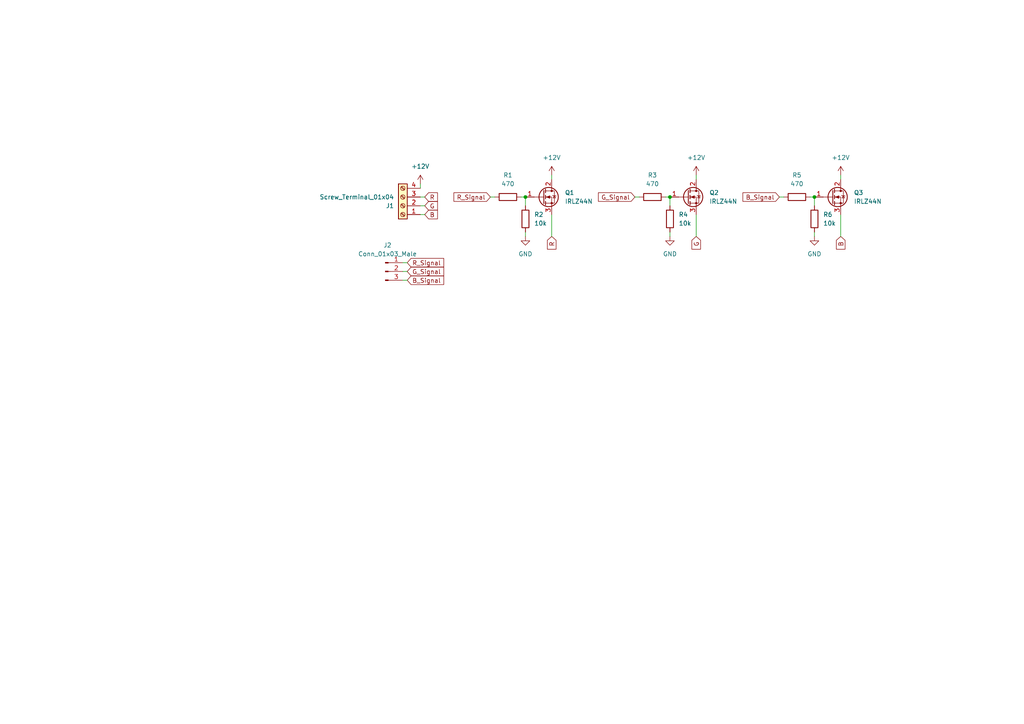
<source format=kicad_sch>
(kicad_sch (version 20231120) (generator "eeschema") (generator_version "8.0")
  (paper "A4")
  (lib_symbols
    (symbol "Connector:Conn_01x03_Male" (pin_names (offset 1.016) hide)
      (property "Reference" "J" (at 0 5.08 0))
      (property "Value" "Conn_01x03_Male" (at 0 -5.08 0))
      (symbol "Conn_01x03_Male_1_1"
        (polyline (pts (xy 1.27 -2.54) (xy 0.8636 -2.54)) (stroke (width 0.1524)))
        (polyline (pts (xy 1.27 0) (xy 0.8636 0)) (stroke (width 0.1524)))
        (polyline (pts (xy 1.27 2.54) (xy 0.8636 2.54)) (stroke (width 0.1524)))
        (rectangle (start 0.8636 -2.413) (end 0 -2.667) (stroke (width 0.1524)) (fill (type outline)))
        (rectangle (start 0.8636 0.127) (end 0 -0.127) (stroke (width 0.1524)) (fill (type outline)))
        (rectangle (start 0.8636 2.667) (end 0 2.413) (stroke (width 0.1524)) (fill (type outline)))
        (pin passive line (at 5.08 2.54 180) (length 3.81) (name "Pin_1") (number "1"))
        (pin passive line (at 5.08 0 180) (length 3.81) (name "Pin_2") (number "2"))
        (pin passive line (at 5.08 -2.54 180) (length 3.81) (name "Pin_3") (number "3"))
      )
    )
    (symbol "Connector:Screw_Terminal_01x04" (pin_names (offset 1.016) hide)
      (property "Reference" "J" (at 0 5.08 0))
      (property "Value" "Screw_Terminal_01x04" (at 0 -7.62 0))
      (symbol "Screw_Terminal_01x04_1_1"
        (rectangle (start -1.27 3.81) (end 1.27 -6.35) (stroke (width 0.254)) (fill (type background)))
        (circle (center 0 -5.08) (radius 0.635) (stroke (width 0.1524)))
        (circle (center 0 -2.54) (radius 0.635) (stroke (width 0.1524)))
        (polyline (pts (xy -0.5334 -4.7498) (xy 0.3302 -5.588)) (stroke (width 0.1524)))
        (polyline (pts (xy -0.5334 -2.2098) (xy 0.3302 -3.048)) (stroke (width 0.1524)))
        (polyline (pts (xy -0.5334 0.3302) (xy 0.3302 -0.508)) (stroke (width 0.1524)))
        (polyline (pts (xy -0.5334 2.8702) (xy 0.3302 2.032)) (stroke (width 0.1524)))
        (polyline (pts (xy -0.3556 -4.572) (xy 0.508 -5.4102)) (stroke (width 0.1524)))
        (polyline (pts (xy -0.3556 -2.032) (xy 0.508 -2.8702)) (stroke (width 0.1524)))
        (polyline (pts (xy -0.3556 0.508) (xy 0.508 -0.3302)) (stroke (width 0.1524)))
        (polyline (pts (xy -0.3556 3.048) (xy 0.508 2.2098)) (stroke (width 0.1524)))
        (circle (center 0 0) (radius 0.635) (stroke (width 0.1524)))
        (circle (center 0 2.54) (radius 0.635) (stroke (width 0.1524)))
        (pin passive line (at -5.08 2.54 0) (length 3.81) (name "Pin_1") (number "1"))
        (pin passive line (at -5.08 0 0) (length 3.81) (name "Pin_2") (number "2"))
        (pin passive line (at -5.08 -2.54 0) (length 3.81) (name "Pin_3") (number "3"))
        (pin passive line (at -5.08 -5.08 0) (length 3.81) (name "Pin_4") (number "4"))
      )
    )
    (symbol "Device:R" (pin_numbers hide) (pin_names (offset 0))
      (property "Reference" "R" (at 2.032 0 90))
      (property "Value" "R" (at 0 0 90))
      (symbol "R_0_1"
        (rectangle (start -1.016 -2.54) (end 1.016 2.54) (stroke (width 0.254)))
      )
      (symbol "R_1_1"
        (pin passive line (at 0 3.81 270) (length 1.27) (name "~") (number "1"))
        (pin passive line (at 0 -3.81 90) (length 1.27) (name "~") (number "2"))
      )
    )
    (symbol "Transistor_FET:IRLZ44N" (pin_names hide)
      (property "Reference" "Q" (at 6.35 1.905 0))
      (property "Value" "IRLZ44N" (at 6.35 0 0))
      (symbol "IRLZ44N_0_1"
        (polyline (pts (xy 0.254 0) (xy -2.54 0)))
        (polyline (pts (xy 0.254 1.905) (xy 0.254 -1.905)) (stroke (width 0.254)))
        (polyline (pts (xy 0.762 -1.27) (xy 0.762 -2.286)) (stroke (width 0.254)))
        (polyline (pts (xy 0.762 0.508) (xy 0.762 -0.508)) (stroke (width 0.254)))
        (polyline (pts (xy 0.762 2.286) (xy 0.762 1.27)) (stroke (width 0.254)))
        (polyline (pts (xy 2.54 2.54) (xy 2.54 1.778)))
        (polyline (pts (xy 2.54 -2.54) (xy 2.54 0) (xy 0.762 0)))
        (polyline (pts (xy 0.762 -1.778) (xy 3.302 -1.778) (xy 3.302 1.778) (xy 0.762 1.778)))
        (polyline (pts (xy 1.016 0) (xy 2.032 0.381) (xy 2.032 -0.381) (xy 1.016 0)) (fill (type outline)))
        (polyline (pts (xy 2.794 0.508) (xy 2.921 0.381) (xy 3.683 0.381) (xy 3.81 0.254)))
        (polyline (pts (xy 3.302 0.381) (xy 2.921 -0.254) (xy 3.683 -0.254) (xy 3.302 0.381)))
        (circle (center 1.651 0) (radius 2.794) (stroke (width 0.254)))
        (circle (center 2.54 -1.778) (radius 0.254) (fill (type outline)))
        (circle (center 2.54 1.778) (radius 0.254) (fill (type outline)))
      )
      (symbol "IRLZ44N_1_1"
        (pin input line (at -5.08 0 0) (length 2.54) (name "G") (number "1"))
        (pin passive line (at 2.54 5.08 270) (length 2.54) (name "D") (number "2"))
        (pin passive line (at 2.54 -5.08 90) (length 2.54) (name "S") (number "3"))
      )
    )
    (symbol "power:+12V" (power) (pin_names (offset 0))
      (property "Value" "+12V" (at 0 3.556 0))
      (symbol "+12V_0_1"
        (polyline (pts (xy -0.762 1.27) (xy 0 2.54)))
        (polyline (pts (xy 0 0) (xy 0 2.54)))
        (polyline (pts (xy 0 2.54) (xy 0.762 1.27)))
      )
      (symbol "+12V_1_1"
        (pin power_in line (at 0 0 90) (length 0) hide (name "+12V") (number "1"))
      )
    )
    (symbol "power:GND" (power) (pin_names (offset 0))
      (property "Value" "GND" (at 0 -3.81 0))
      (symbol "GND_0_1"
        (polyline (pts (xy 0 0) (xy 0 -1.27) (xy 1.27 -1.27) (xy 0 -2.54) (xy -1.27 -1.27) (xy 0 -1.27)))
      )
      (symbol "GND_1_1"
        (pin power_in line (at 0 0 270) (length 0) hide (name "GND") (number "1"))
      )
    )
  )
  (junction (at 152.4 57.15))
  (junction (at 194.31 57.15))
  (junction (at 236.22 57.15))
  (wire (pts (xy 193.04 57.15) (xy 194.31 57.15)))
  (wire (pts (xy 116.84 78.74) (xy 118.11 78.74)))
  (wire (pts (xy 142.24 57.15) (xy 143.51 57.15)))
  (wire (pts (xy 152.4 57.15) (xy 152.4 59.69)))
  (wire (pts (xy 121.92 62.23) (xy 123.19 62.23)))
  (wire (pts (xy 116.84 76.2) (xy 118.11 76.2)))
  (wire (pts (xy 121.92 59.69) (xy 123.19 59.69)))
  (wire (pts (xy 236.22 57.15) (xy 236.22 59.69)))
  (wire (pts (xy 121.92 53.34) (xy 121.92 54.61)))
  (wire (pts (xy 236.22 67.31) (xy 236.22 68.58)))
  (wire (pts (xy 194.31 57.15) (xy 194.31 59.69)))
  (wire (pts (xy 152.4 67.31) (xy 152.4 68.58)))
  (wire (pts (xy 243.84 62.23) (xy 243.84 68.58)))
  (wire (pts (xy 243.84 50.8) (xy 243.84 52.07)))
  (wire (pts (xy 116.84 81.28) (xy 118.11 81.28)))
  (wire (pts (xy 160.02 62.23) (xy 160.02 68.58)))
  (wire (pts (xy 194.31 67.31) (xy 194.31 68.58)))
  (wire (pts (xy 151.13 57.15) (xy 152.4 57.15)))
  (wire (pts (xy 234.95 57.15) (xy 236.22 57.15)))
  (wire (pts (xy 201.93 50.8) (xy 201.93 52.07)))
  (wire (pts (xy 121.92 57.15) (xy 123.19 57.15)))
  (wire (pts (xy 201.93 62.23) (xy 201.93 68.58)))
  (wire (pts (xy 184.15 57.15) (xy 185.42 57.15)))
  (wire (pts (xy 160.02 50.8) (xy 160.02 52.07)))
  (wire (pts (xy 226.06 57.15) (xy 227.33 57.15)))
  (global_label "B_Signal" (shape input) (at 118.11 81.28 0) (property "Intersheetrefs" "${INTERSHEET_REFS}" (effects (hide yes))))
  (global_label "G_Signal" (shape input) (at 184.15 57.15 180) (property "Intersheetrefs" "${INTERSHEET_REFS}" (effects (hide yes))))
  (global_label "B_Signal" (shape input) (at 226.06 57.15 180) (property "Intersheetrefs" "${INTERSHEET_REFS}" (effects (hide yes))))
  (global_label "B" (shape input) (at 123.19 62.23 0) (property "Intersheetrefs" "${INTERSHEET_REFS}" (effects (hide yes))))
  (global_label "R_Signal" (shape input) (at 142.24 57.15 180) (property "Intersheetrefs" "${INTERSHEET_REFS}" (effects (hide yes))))
  (global_label "R_Signal" (shape input) (at 118.11 76.2 0) (property "Intersheetrefs" "${INTERSHEET_REFS}" (effects (hide yes))))
  (global_label "G" (shape input) (at 123.19 59.69 0) (property "Intersheetrefs" "${INTERSHEET_REFS}" (effects (hide yes))))
  (global_label "G_Signal" (shape input) (at 118.11 78.74 0) (property "Intersheetrefs" "${INTERSHEET_REFS}" (effects (hide yes))))
  (global_label "R" (shape input) (at 160.02 68.58 270) (property "Intersheetrefs" "${INTERSHEET_REFS}" (effects (hide yes))))
  (global_label "R" (shape input) (at 123.19 57.15 0) (property "Intersheetrefs" "${INTERSHEET_REFS}" (effects (hide yes))))
  (global_label "G" (shape input) (at 201.93 68.58 270) (property "Intersheetrefs" "${INTERSHEET_REFS}" (effects (hide yes))))
  (global_label "B" (shape input) (at 243.84 68.58 270) (property "Intersheetrefs" "${INTERSHEET_REFS}" (effects (hide yes))))
  (symbol (lib_id "power:+12V") (at 121.92 53.34 0) (unit 1)
    (property "Reference" "#PWR1" (effects (hide yes)))
    (property "Value" "+12V" (at 121.92 48.26 0))
    (property "Description" "Power symbol creates a global label with name \"+12V\"" (effects (hide yes)))
  )
  (symbol (lib_id "Device:R") (at 152.4 63.5 0) (unit 1)
    (property "Reference" "R2" (at 154.94 62.2299 0) (effects (justify left)))
    (property "Value" "10k" (at 154.94 64.7699 0) (effects (justify left)))
    (property "Footprint" "Resistor_THT:R_Axial_DIN0204_L3.6mm_D1.6mm_P7.62mm_Horizontal" (effects (hide yes)))
    (property "Description" "Resistor" (effects (hide yes)))
  )
  (symbol (lib_id "Device:R") (at 194.31 63.5 0) (unit 1)
    (property "Reference" "R4" (at 196.85 62.2299 0) (effects (justify left)))
    (property "Value" "10k" (at 196.85 64.7699 0) (effects (justify left)))
    (property "Footprint" "Resistor_THT:R_Axial_DIN0204_L3.6mm_D1.6mm_P7.62mm_Horizontal" (effects (hide yes)))
    (property "Description" "Resistor" (effects (hide yes)))
  )
  (symbol (lib_id "power:GND") (at 152.4 68.58 0) (unit 1)
    (property "Reference" "#PWR2" (effects (hide yes)))
    (property "Value" "GND" (at 152.4 73.66 0))
    (property "Description" "Power symbol creates a global label with name \"GND\" , ground" (effects (hide yes)))
  )
  (symbol (lib_id "Device:R") (at 231.14 57.15 90) (unit 1)
    (property "Reference" "R5" (at 231.14 50.8 90))
    (property "Value" "470" (at 231.14 53.34 90))
    (property "Footprint" "Resistor_THT:R_Axial_DIN0204_L3.6mm_D1.6mm_P7.62mm_Horizontal" (effects (hide yes)))
    (property "Description" "Resistor" (effects (hide yes)))
  )
  (symbol (lib_id "Transistor_FET:IRLZ44N") (at 199.39 57.15 0) (unit 1)
    (property "Reference" "Q2" (at 205.74 55.8799 0) (effects (justify left)))
    (property "Value" "IRLZ44N" (at 205.74 58.4199 0) (effects (justify left)))
    (property "Footprint" "Package_TO_SOT_THT:TO-220-3_Vertical" (effects (hide yes)))
    (property "Datasheet" "http://www.irf.com/product-info/datasheets/data/irlz44n.pdf" (effects (hide yes)))
    (property "Description" "47A Id, 55V Vds, Single N-Channel HEXFET Power MOSFET, 22mOhm Ron, TO-220AB" (effects (hide yes)))
  )
  (symbol (lib_id "Transistor_FET:IRLZ44N") (at 157.48 57.15 0) (unit 1)
    (property "Reference" "Q1" (at 163.83 55.8799 0) (effects (justify left)))
    (property "Value" "IRLZ44N" (at 163.83 58.4199 0) (effects (justify left)))
    (property "Footprint" "Package_TO_SOT_THT:TO-220-3_Vertical" (effects (hide yes)))
    (property "Datasheet" "http://www.irf.com/product-info/datasheets/data/irlz44n.pdf" (effects (hide yes)))
    (property "Description" "47A Id, 55V Vds, Single N-Channel HEXFET Power MOSFET, 22mOhm Ron, TO-220AB" (effects (hide yes)))
  )
  (symbol (lib_id "power:GND") (at 194.31 68.58 0) (unit 1)
    (property "Reference" "#PWR5" (effects (hide yes)))
    (property "Value" "GND" (at 194.31 73.66 0))
    (property "Description" "Power symbol creates a global label with name \"GND\" , ground" (effects (hide yes)))
  )
  (symbol (lib_id "Transistor_FET:IRLZ44N") (at 241.3 57.15 0) (unit 1)
    (property "Reference" "Q3" (at 247.65 55.8799 0) (effects (justify left)))
    (property "Value" "IRLZ44N" (at 247.65 58.4199 0) (effects (justify left)))
    (property "Footprint" "Package_TO_SOT_THT:TO-220-3_Vertical" (effects (hide yes)))
    (property "Datasheet" "http://www.irf.com/product-info/datasheets/data/irlz44n.pdf" (effects (hide yes)))
    (property "Description" "47A Id, 55V Vds, Single N-Channel HEXFET Power MOSFET, 22mOhm Ron, TO-220AB" (effects (hide yes)))
  )
  (symbol (lib_id "Device:R") (at 189.23 57.15 90) (unit 1)
    (property "Reference" "R3" (at 189.23 50.8 90))
    (property "Value" "470" (at 189.23 53.34 90))
    (property "Footprint" "Resistor_THT:R_Axial_DIN0204_L3.6mm_D1.6mm_P7.62mm_Horizontal" (effects (hide yes)))
    (property "Description" "Resistor" (effects (hide yes)))
  )
  (symbol (lib_id "power:GND") (at 236.22 68.58 0) (unit 1)
    (property "Reference" "#PWR8" (effects (hide yes)))
    (property "Value" "GND" (at 236.22 73.66 0))
    (property "Description" "Power symbol creates a global label with name \"GND\" , ground" (effects (hide yes)))
  )
  (symbol (lib_id "power:+12V") (at 243.84 50.8 0) (unit 1)
    (property "Reference" "#PWR9" (effects (hide yes)))
    (property "Value" "+12V" (at 243.84 45.72 0))
    (property "Description" "Power symbol creates a global label with name \"+12V\"" (effects (hide yes)))
  )
  (symbol (lib_id "Device:R") (at 236.22 63.5 0) (unit 1)
    (property "Reference" "R6" (at 238.76 62.2299 0) (effects (justify left)))
    (property "Value" "10k" (at 238.76 64.7699 0) (effects (justify left)))
    (property "Footprint" "Resistor_THT:R_Axial_DIN0204_L3.6mm_D1.6mm_P7.62mm_Horizontal" (effects (hide yes)))
    (property "Description" "Resistor" (effects (hide yes)))
  )
  (symbol (lib_id "power:+12V") (at 160.02 50.8 0) (unit 1)
    (property "Reference" "#PWR4" (effects (hide yes)))
    (property "Value" "+12V" (at 160.02 45.72 0))
    (property "Description" "Power symbol creates a global label with name \"+12V\"" (effects (hide yes)))
  )
  (symbol (lib_id "Connector:Conn_01x03_Male") (at 111.76 78.74 0) (unit 1)
    (property "Reference" "J2" (at 112.395 71.12 0))
    (property "Value" "Conn_01x03_Male" (at 112.395 73.66 0))
    (property "Footprint" "Connector_PinHeader_2.54mm:PinHeader_1x03_P2.54mm_Vertical" (effects (hide yes)))
    (property "Description" "Generic connector, single row, 01x03, script generated (kicad-library-utils/schlib/autogen/connector/)" (effects (hide yes)))
  )
  (symbol (lib_id "Connector:Screw_Terminal_01x04") (at 116.84 59.69 180) (unit 1)
    (property "Reference" "J1" (at 114.3 59.6901 0) (effects (justify left)))
    (property "Value" "Screw_Terminal_01x04" (at 114.3 57.1501 0) (effects (justify left)))
    (property "Footprint" "TerminalBlock_Phoenix:TerminalBlock_Phoenix_MKDS-1,5-4-5.08_1x04_P5.08mm_Horizontal" (effects (hide yes)))
    (property "Description" "Generic screw terminal, single row, 01x04, script generated (kicad-library-utils/schlib/autogen/connector/)" (effects (hide yes)))
  )
  (symbol (lib_id "power:+12V") (at 201.93 50.8 0) (unit 1)
    (property "Reference" "#PWR6" (effects (hide yes)))
    (property "Value" "+12V" (at 201.93 45.72 0))
    (property "Description" "Power symbol creates a global label with name \"+12V\"" (effects (hide yes)))
  )
  (symbol (lib_id "Device:R") (at 147.32 57.15 90) (unit 1)
    (property "Reference" "R1" (at 147.32 50.8 90))
    (property "Value" "470" (at 147.32 53.34 90))
    (property "Footprint" "Resistor_THT:R_Axial_DIN0204_L3.6mm_D1.6mm_P7.62mm_Horizontal" (effects (hide yes)))
    (property "Description" "Resistor" (effects (hide yes)))
  )
)
</source>
